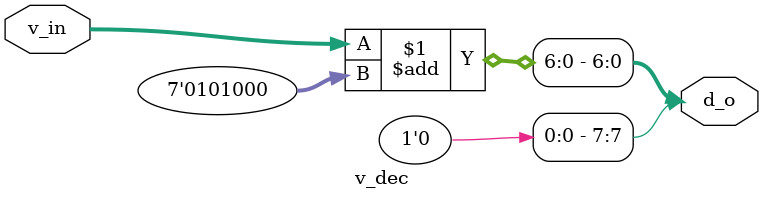
<source format=v>
module v_dec(
    input  [6:0]    v_in,
    output [7:0]    d_o
);

parameter D_BASE = 7'b0101000;

assign d_o = {1'b0, v_in + D_BASE};

endmodule
</source>
